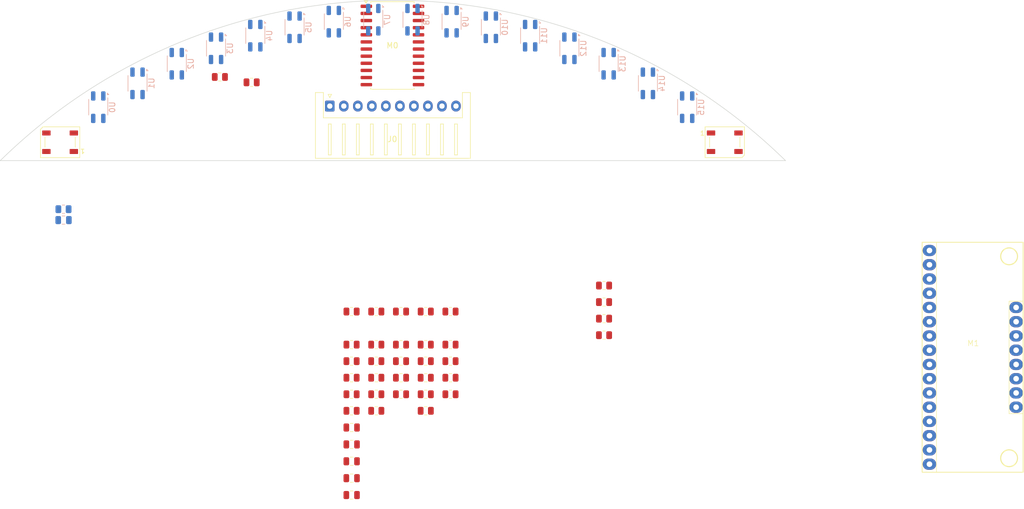
<source format=kicad_pcb>
(kicad_pcb (version 20241229) (generator "pcbnew") (generator_version "9.0")
  (layers (0 "F.Cu" signal) (2 "B.Cu" signal) (13 "F.Paste" user) (15 "B.Paste" user) (5 "F.SilkS" user "F.Silkscreen") (7 "B.SilkS" user "B.Silkscreen") (1 "F.Mask" user) (3 "B.Mask" user) (25 "Edge.Cuts" user))
  (net 0 "")
  (net 1 "+3V3")
  (net 2 "GND")
  (net 3 "+3.3V")
  (net 4 "Net-(D1-VDD)")
  (net 5 "Net-(D0-VDD)")
  (net 6 "/LEDs")
  (net 7 "/D_LED")
  (net 9 "/S3")
  (net 10 "/S2")
  (net 11 "/Data_EN")
  (net 12 "/S0")
  (net 13 "/SIG")
  (net 14 "/Data_2aux")
  (net 15 "/S1")
  (net 16 "Net-(U1-A)")
  (net 17 "Net-(U2-A)")
  (net 18 "Net-(U3-A)")
  (net 19 "Net-(U4-A)")
  (net 20 "/QRE_1")
  (net 21 "/QRE_2")
  (net 22 "/QRE_5")
  (net 23 "/QRE_6")
  (net 24 "Net-(U5-A)")
  (net 25 "Net-(U6-A)")
  (net 26 "/QRE_9")
  (net 27 "/QRE_10")
  (net 28 "Net-(U7-A)")
  (net 29 "Net-(U8-A)")
  (net 30 "/QRE_13")
  (net 31 "/QRE_14")
  (net 32 "Net-(U9-A)")
  (net 33 "Net-(U10-A)")
  (net 34 "/QRE_3")
  (net 35 "/QRE_4")
  (net 36 "Net-(U11-A)")
  (net 37 "Net-(U12-A)")
  (net 38 "/QRE_7")
  (net 39 "/QRE_8")
  (net 40 "Net-(U13-A)")
  (net 41 "Net-(U14-A)")
  (net 42 "/QRE_11")
  (net 43 "/QRE_12")
  (net 44 "Net-(U15-A)")
  (net 45 "Net-(U0-A)")
  (net 46 "/QRE_15")
  (net 47 "/QRE_0")
  (net 48 "/EN")
  (footprint "Resistor_SMD:R_0805_2012Metric" (layer "F.Cu") (at 155.19 129.085)
    (property "Reference" "R20" (hide yes))
    (property "Value" "20k")
    (pad "1" smd roundrect (at -0.9125 0) (size 1.025 1.4) (layers "F.Cu" "F.Mask" "F.Paste") (roundrect_rratio 0.243902) (net 39 "/QRE_8"))
    (pad "2" smd roundrect (at 0.9125 0) (size 1.025 1.4) (layers "F.Cu" "F.Mask" "F.Paste") (roundrect_rratio 0.243902) (net 1 "+3V3"))
  )
  (footprint "Resistor_SMD:R_0805_2012Metric" (layer "F.Cu") (at 150.78 132.035)
    (property "Reference" "R8" (hide yes))
    (property "Value" "100")
    (pad "1" smd roundrect (at -0.9125 0) (size 1.025 1.4) (layers "F.Cu" "F.Mask" "F.Paste") (roundrect_rratio 0.243902) (net 1 "+3V3"))
    (pad "2" smd roundrect (at 0.9125 0) (size 1.025 1.4) (layers "F.Cu" "F.Mask" "F.Paste") (roundrect_rratio 0.243902) (net 19 "Net-(U4-A)"))
  )
  (footprint "Resistor_SMD:R_0805_2012Metric" (layer "F.Cu") (at 159.6 137.935)
    (property "Reference" "R33" (hide yes))
    (property "Value" "100")
    (pad "1" smd roundrect (at -0.9125 0) (size 1.025 1.4) (layers "F.Cu" "F.Mask" "F.Paste") (roundrect_rratio 0.243902) (net 5 "Net-(D0-VDD)"))
    (pad "2" smd roundrect (at 0.9125 0) (size 1.025 1.4) (layers "F.Cu" "F.Mask" "F.Paste") (roundrect_rratio 0.243902) (net 3 "+3.3V"))
  )
  (footprint "Resistor_SMD:R_0805_2012Metric" (layer "F.Cu") (at 159.6 132.035)
    (property "Reference" "R4" (hide yes))
    (property "Value" "20k")
    (pad "1" smd roundrect (at -0.9125 0) (size 1.025 1.4) (layers "F.Cu" "F.Mask" "F.Paste") (roundrect_rratio 0.243902) (net 47 "/QRE_0"))
    (pad "2" smd roundrect (at 0.9125 0) (size 1.025 1.4) (layers "F.Cu" "F.Mask" "F.Paste") (roundrect_rratio 0.243902) (net 1 "+3V3"))
  )
  (footprint "Resistor_SMD:R_0805_2012Metric" (layer "F.Cu") (at 141.96 129.085)
    (property "Reference" "R9" (hide yes))
    (property "Value" "100")
    (pad "1" smd roundrect (at -0.9125 0) (size 1.025 1.4) (layers "F.Cu" "F.Mask" "F.Paste") (roundrect_rratio 0.243902) (net 1 "+3V3"))
    (pad "2" smd roundrect (at 0.9125 0) (size 1.025 1.4) (layers "F.Cu" "F.Mask" "F.Paste") (roundrect_rratio 0.243902) (net 24 "Net-(U5-A)"))
  )
  (footprint "Resistor_SMD:R_0805_2012Metric" (layer "F.Cu") (at 141.96 134.985)
    (property "Reference" "R5" (hide yes))
    (property "Value" "20k")
    (pad "1" smd roundrect (at -0.9125 0) (size 1.025 1.4) (layers "F.Cu" "F.Mask" "F.Paste") (roundrect_rratio 0.243902) (net 20 "/QRE_1"))
    (pad "2" smd roundrect (at 0.9125 0) (size 1.025 1.4) (layers "F.Cu" "F.Mask" "F.Paste") (roundrect_rratio 0.243902) (net 1 "+3V3"))
  )
  (footprint "Package_SO:SOIC-24W_7.5x15.4mm_P1.27mm" (layer "F.Cu") (at 149.25 75.75)
    (property "Reference" "M0" (at 0 0 0) (layer "F.SilkS"))
    (property "Value" "CD74HC4067M")
    (pad "1" smd roundrect (at -4.65 -6.985) (size 2.05 0.6) (layers "F.Cu" "F.Mask" "F.Paste") (net 13 "/SIG"))
    (pad "2" smd roundrect (at -4.65 -5.715) (size 2.05 0.6) (layers "F.Cu" "F.Mask" "F.Paste") (net 38 "/QRE_7"))
    (pad "3" smd roundrect (at -4.65 -4.445) (size 2.05 0.6) (layers "F.Cu" "F.Mask" "F.Paste") (net 23 "/QRE_6"))
    (pad "4" smd roundrect (at -4.65 -3.175) (size 2.05 0.6) (layers "F.Cu" "F.Mask" "F.Paste") (net 22 "/QRE_5"))
    (pad "5" smd roundrect (at -4.65 -1.905) (size 2.05 0.6) (layers "F.Cu" "F.Mask" "F.Paste") (net 35 "/QRE_4"))
    (pad "6" smd roundrect (at -4.65 -0.635) (size 2.05 0.6) (layers "F.Cu" "F.Mask" "F.Paste") (net 34 "/QRE_3"))
    (pad "7" smd roundrect (at -4.65 0.635) (size 2.05 0.6) (layers "F.Cu" "F.Mask" "F.Paste") (net 21 "/QRE_2"))
    (pad "8" smd roundrect (at -4.65 1.905) (size 2.05 0.6) (layers "F.Cu" "F.Mask" "F.Paste") (net 20 "/QRE_1"))
    (pad "9" smd roundrect (at -4.65 3.175) (size 2.05 0.6) (layers "F.Cu" "F.Mask" "F.Paste") (net 47 "/QRE_0"))
    (pad "10" smd roundrect (at -4.65 4.445) (size 2.05 0.6) (layers "F.Cu" "F.Mask" "F.Paste") (net 12 "/S0"))
    (pad "11" smd roundrect (at -4.65 5.715) (size 2.05 0.6) (layers "F.Cu" "F.Mask" "F.Paste") (net 15 "/S1"))
    (pad "12" smd roundrect (at -4.65 6.985) (size 2.05 0.6) (layers "F.Cu" "F.Mask" "F.Paste") (net 2 "GND"))
    (pad "13" smd roundrect (at 4.65 6.985) (size 2.05 0.6) (layers "F.Cu" "F.Mask" "F.Paste") (net 9 "/S3"))
    (pad "14" smd roundrect (at 4.65 5.715) (size 2.05 0.6) (layers "F.Cu" "F.Mask" "F.Paste") (net 10 "/S2"))
    (pad "15" smd roundrect (at 4.65 4.445) (size 2.05 0.6) (layers "F.Cu" "F.Mask" "F.Paste") (net 48 "/EN"))
    (pad "16" smd roundrect (at 4.65 3.175) (size 2.05 0.6) (layers "F.Cu" "F.Mask" "F.Paste") (net 46 "/QRE_15"))
    (pad "17" smd roundrect (at 4.65 1.905) (size 2.05 0.6) (layers "F.Cu" "F.Mask" "F.Paste") (net 31 "/QRE_14"))
    (pad "18" smd roundrect (at 4.65 0.635) (size 2.05 0.6) (layers "F.Cu" "F.Mask" "F.Paste") (net 30 "/QRE_13"))
    (pad "19" smd roundrect (at 4.65 -0.635) (size 2.05 0.6) (layers "F.Cu" "F.Mask" "F.Paste") (net 43 "/QRE_12"))
    (pad "20" smd roundrect (at 4.65 -1.905) (size 2.05 0.6) (layers "F.Cu" "F.Mask" "F.Paste") (net 42 "/QRE_11"))
    (pad "21" smd roundrect (at 4.65 -3.175) (size 2.05 0.6) (layers "F.Cu" "F.Mask" "F.Paste") (net 27 "/QRE_10"))
    (pad "22" smd roundrect (at 4.65 -4.445) (size 2.05 0.6) (layers "F.Cu" "F.Mask" "F.Paste") (net 26 "/QRE_9"))
    (pad "23" smd roundrect (at 4.65 -5.715) (size 2.05 0.6) (layers "F.Cu" "F.Mask" "F.Paste") (net 39 "/QRE_8"))
    (pad "24" smd roundrect (at 4.65 -6.985) (size 2.05 0.6) (layers "F.Cu" "F.Mask" "F.Paste") (net 1 "+3V3"))
  )
  (footprint "Resistor_SMD:R_0805_2012Metric" (layer "F.Cu") (at 118.48 81.36)
    (property "Reference" "R11" (hide yes))
    (property "Value" "100")
    (pad "1" smd roundrect (at -0.9125 0) (size 1.025 1.4) (layers "F.Cu" "F.Mask" "F.Paste") (roundrect_rratio 0.243902) (net 1 "+3V3"))
    (pad "2" smd roundrect (at 0.9125 0) (size 1.025 1.4) (layers "F.Cu" "F.Mask" "F.Paste") (roundrect_rratio 0.243902) (net 28 "Net-(U7-A)"))
  )
  (footprint "Resistor_SMD:R_0805_2012Metric" (layer "F.Cu") (at 146.37 123.185)
    (property "Reference" "R14" (hide yes))
    (property "Value" "20k")
    (pad "1" smd roundrect (at -0.9125 0) (size 1.025 1.4) (layers "F.Cu" "F.Mask" "F.Paste") (roundrect_rratio 0.243902) (net 23 "/QRE_6"))
    (pad "2" smd roundrect (at 0.9125 0) (size 1.025 1.4) (layers "F.Cu" "F.Mask" "F.Paste") (roundrect_rratio 0.243902) (net 1 "+3V3"))
  )
  (footprint "Connector_JST:JST_XH_S10B-XH-A_1x10_P2.50mm_Horizontal" (layer "F.Cu") (at 138.08 86.555)
    (property "Reference" "J0" (at 11.16 5.905 180) (layer "F.SilkS"))
    (property "Value" "Sensors")
    (pad "1" thru_hole roundrect (at 0 0) (size 1.7 1.95) (drill 0.95) (layers "*.Cu" "*.Mask") (roundrect_rratio 0.147059) (net 14 "/Data_2aux"))
    (pad "2" thru_hole oval (at 2.5 0) (size 1.7 1.95) (drill 0.95) (layers "*.Cu" "*.Mask") (net 6 "/LEDs"))
    (pad "3" thru_hole oval (at 5 0) (size 1.7 1.95) (drill 0.95) (layers "*.Cu" "*.Mask") (net 13 "/SIG"))
    (pad "4" thru_hole oval (at 7.5 0) (size 1.7 1.95) (drill 0.95) (layers "*.Cu" "*.Mask") (net 9 "/S3"))
    (pad "5" thru_hole oval (at 10 0) (size 1.7 1.95) (drill 0.95) (layers "*.Cu" "*.Mask") (net 10 "/S2"))
    (pad "6" thru_hole oval (at 12.5 0) (size 1.7 1.95) (drill 0.95) (layers "*.Cu" "*.Mask") (net 15 "/S1"))
    (pad "7" thru_hole oval (at 15 0) (size 1.7 1.95) (drill 0.95) (layers "*.Cu" "*.Mask") (net 12 "/S0"))
    (pad "8" thru_hole oval (at 17.5 0) (size 1.7 1.95) (drill 0.95) (layers "*.Cu" "*.Mask") (net 11 "/Data_EN"))
    (pad "9" thru_hole oval (at 20 0) (size 1.7 1.95) (drill 0.95) (layers "*.Cu" "*.Mask") (net 3 "+3.3V"))
    (pad "10" thru_hole oval (at 22.5 0) (size 1.7 1.95) (drill 0.95) (layers "*.Cu" "*.Mask") (net 2 "GND"))
  )
  (footprint "Resistor_SMD:R_0805_2012Metric" (layer "F.Cu") (at 155.19 134.985)
    (property "Reference" "R25" (hide yes))
    (property "Value" "100")
    (pad "1" smd roundrect (at -0.9125 0) (size 1.025 1.4) (layers "F.Cu" "F.Mask" "F.Paste") (roundrect_rratio 0.243902) (net 1 "+3V3"))
    (pad "2" smd roundrect (at 0.9125 0) (size 1.025 1.4) (layers "F.Cu" "F.Mask" "F.Paste") (roundrect_rratio 0.243902) (net 37 "Net-(U12-A)"))
  )
  (footprint "Capacitor_SMD:C_0805_2012Metric" (layer "F.Cu") (at 141.98 143.865)
    (property "Reference" "C0" (hide yes))
    (property "Value" "100nF")
    (pad "1" smd roundrect (at -0.95 0) (size 1 1.45) (layers "F.Cu" "F.Mask" "F.Paste") (net 1 "+3V3"))
    (pad "2" smd roundrect (at 0.95 0) (size 1 1.45) (layers "F.Cu" "F.Mask" "F.Paste") (net 2 "GND"))
  )
  (footprint "Resistor_SMD:R_0805_2012Metric" (layer "F.Cu") (at 146.37 129.085)
    (property "Reference" "R18" (hide yes))
    (property "Value" "100")
    (pad "1" smd roundrect (at -0.9125 0) (size 1.025 1.4) (layers "F.Cu" "F.Mask" "F.Paste") (roundrect_rratio 0.243902) (net 1 "+3V3"))
    (pad "2" smd roundrect (at 0.9125 0) (size 1.025 1.4) (layers "F.Cu" "F.Mask" "F.Paste") (roundrect_rratio 0.243902) (net 33 "Net-(U10-A)"))
  )
  (footprint "Capacitor_SMD:C_0805_2012Metric" (layer "F.Cu") (at 141.98 146.875)
    (property "Reference" "C1" (hide yes))
    (property "Value" "10uF")
    (pad "1" smd roundrect (at -0.95 0) (size 1 1.45) (layers "F.Cu" "F.Mask" "F.Paste") (net 1 "+3V3"))
    (pad "2" smd roundrect (at 0.95 0) (size 1 1.45) (layers "F.Cu" "F.Mask" "F.Paste") (net 2 "GND"))
  )
  (footprint "Resistor_SMD:R_0805_2012Metric" (layer "F.Cu") (at 159.6 134.985)
    (property "Reference" "R21" (hide yes))
    (property "Value" "10k")
    (pad "1" smd roundrect (at -0.9125 0) (size 1.025 1.4) (layers "F.Cu" "F.Mask" "F.Paste") (roundrect_rratio 0.243902) (net 48 "/EN"))
    (pad "2" smd roundrect (at 0.9125 0) (size 1.025 1.4) (layers "F.Cu" "F.Mask" "F.Paste") (roundrect_rratio 0.243902) (net 2 "GND"))
  )
  (footprint "Resistor_SMD:R_0805_2012Metric" (layer "F.Cu") (at 155.19 140.885)
    (property "Reference" "R29" (hide yes))
    (property "Value" "20k")
    (pad "1" smd roundrect (at -0.9125 0) (size 1.025 1.4) (layers "F.Cu" "F.Mask" "F.Paste") (roundrect_rratio 0.243902) (net 43 "/QRE_12"))
    (pad "2" smd roundrect (at 0.9125 0) (size 1.025 1.4) (layers "F.Cu" "F.Mask" "F.Paste") (roundrect_rratio 0.243902) (net 1 "+3V3"))
  )
  (footprint "Resistor_SMD:R_0805_2012Metric" (layer "F.Cu") (at 150.78 123.185)
    (property "Reference" "R30" (hide yes))
    (property "Value" "20k")
    (pad "1" smd roundrect (at -0.9125 0) (size 1.025 1.4) (layers "F.Cu" "F.Mask" "F.Paste") (roundrect_rratio 0.243902) (net 30 "/QRE_13"))
    (pad "2" smd roundrect (at 0.9125 0) (size 1.025 1.4) (layers "F.Cu" "F.Mask" "F.Paste") (roundrect_rratio 0.243902) (net 1 "+3V3"))
  )
  (footprint "Resistor_SMD:R_0805_2012Metric" (layer "F.Cu") (at 124.14 82.32)
    (property "Reference" "R15" (hide yes))
    (property "Value" "20k")
    (pad "1" smd roundrect (at -0.9125 0) (size 1.025 1.4) (layers "F.Cu" "F.Mask" "F.Paste") (roundrect_rratio 0.243902) (net 38 "/QRE_7"))
    (pad "2" smd roundrect (at 0.9125 0) (size 1.025 1.4) (layers "F.Cu" "F.Mask" "F.Paste") (roundrect_rratio 0.243902) (net 1 "+3V3"))
  )
  (footprint "Resistor_SMD:R_0805_2012Metric" (layer "F.Cu") (at 186.9775 121.5)
    (property "Reference" "R2" (hide yes))
    (property "Value" "100")
    (pad "1" smd roundrect (at -0.9125 0) (size 1.025 1.4) (layers "F.Cu" "F.Mask" "F.Paste") (roundrect_rratio 0.243902) (net 1 "+3V3"))
    (pad "2" smd roundrect (at 0.9125 0) (size 1.025 1.4) (layers "F.Cu" "F.Mask" "F.Paste") (roundrect_rratio 0.243902) (net 17 "Net-(U2-A)"))
  )
  (footprint "Resistor_SMD:R_0805_2012Metric" (layer "F.Cu") (at 146.37 137.935)
    (property "Reference" "R26" (hide yes))
    (property "Value" "100")
    (pad "1" smd roundrect (at -0.9125 0) (size 1.025 1.4) (layers "F.Cu" "F.Mask" "F.Paste") (roundrect_rratio 0.243902) (net 1 "+3V3"))
    (pad "2" smd roundrect (at 0.9125 0) (size 1.025 1.4) (layers "F.Cu" "F.Mask" "F.Paste") (roundrect_rratio 0.243902) (net 40 "Net-(U13-A)"))
  )
  (footprint "Resistor_SMD:R_0805_2012Metric" (layer "F.Cu") (at 141.96 132.035)
    (property "Reference" "R10" (hide yes))
    (property "Value" "100")
    (pad "1" smd roundrect (at -0.9125 0) (size 1.025 1.4) (layers "F.Cu" "F.Mask" "F.Paste") (roundrect_rratio 0.243902) (net 1 "+3V3"))
    (pad "2" smd roundrect (at 0.9125 0) (size 1.025 1.4) (layers "F.Cu" "F.Mask" "F.Paste") (roundrect_rratio 0.243902) (net 25 "Net-(U6-A)"))
  )
  (footprint "MountingHole:MountingHole_3.2mm_M3_DIN965" (layer "F.Cu") (at 131.83 87.045)
    (property "Reference" "H1" (hide yes))
    (property "Value" "MountingHole")
    (pad "" np_thru_hole circle (at 0 0) (size 3.2 3.2) (drill 3.2) (layers "*.Cu" "*.Mask"))
  )
  (footprint "Resistor_SMD:R_0805_2012Metric" (layer "F.Cu") (at 159.6 123.185)
    (property "Reference" "R28" (hide yes))
    (property "Value" "100")
    (pad "1" smd roundrect (at -0.9125 0) (size 1.025 1.4) (layers "F.Cu" "F.Mask" "F.Paste") (roundrect_rratio 0.243902) (net 1 "+3V3"))
    (pad "2" smd roundrect (at 0.9125 0) (size 1.025 1.4) (layers "F.Cu" "F.Mask" "F.Paste") (roundrect_rratio 0.243902) (net 44 "Net-(U15-A)"))
  )
  (footprint "Resistor_SMD:R_0805_2012Metric" (layer "F.Cu") (at 146.37 134.985)
    (property "Reference" "R23" (hide yes))
    (property "Value" "20k")
    (pad "1" smd roundrect (at -0.9125 0) (size 1.025 1.4) (layers "F.Cu" "F.Mask" "F.Paste") (roundrect_rratio 0.243902) (net 27 "/QRE_10"))
    (pad "2" smd roundrect (at 0.9125 0) (size 1.025 1.4) (layers "F.Cu" "F.Mask" "F.Paste") (roundrect_rratio 0.243902) (net 1 "+3V3"))
  )
  (footprint "Resistor_SMD:R_0805_2012Metric" (layer "F.Cu") (at 146.37 132.035)
    (property "Reference" "R22" (hide yes))
    (property "Value" "20k")
    (pad "1" smd roundrect (at -0.9125 0) (size 1.025 1.4) (layers "F.Cu" "F.Mask" "F.Paste") (roundrect_rratio 0.243902) (net 26 "/QRE_9"))
    (pad "2" smd roundrect (at 0.9125 0) (size 1.025 1.4) (layers "F.Cu" "F.Mask" "F.Paste") (roundrect_rratio 0.243902) (net 1 "+3V3"))
  )
  (footprint "MountingHole:MountingHole_3.2mm_M3_DIN965" (layer "F.Cu") (at 166.83 87.045)
    (property "Reference" "H2" (hide yes))
    (property "Value" "MountingHole")
    (pad "" np_thru_hole circle (at 0 0) (size 3.2 3.2) (drill 3.2) (layers "*.Cu" "*.Mask"))
  )
  (footprint "LED_SMD:LED_WS2812B_PLCC4_5.0x5.0mm_P3.2mm" (layer "F.Cu") (at 208.5 93)
    (property "Reference" "D0" (hide yes))
    (property "Value" "WS2812B")
    (fp_text user "1" (at -4 -1.6 0) (layer "F.SilkS") (effects (font (size 0.8 0.8))))
    (pad "1" smd roundrect (at -2.45 -1.65) (size 1.5 0.9) (layers "F.Cu" "F.Mask" "F.Paste") (roundrect_rratio 0.1) (net 5 "Net-(D0-VDD)"))
    (pad "2" smd roundrect (at -2.45 1.65) (size 1.5 0.9) (layers "F.Cu" "F.Mask" "F.Paste") (roundrect_rratio 0.1) (net 7 "/D_LED"))
    (pad "3" smd roundrect (at 2.45 1.65) (size 1.5 0.9) (layers "F.Cu" "F.Mask" "F.Paste") (roundrect_rratio 0.1) (net 2 "GND"))
    (pad "4" smd roundrect (at 2.45 -1.65) (size 1.5 0.9) (layers "F.Cu" "F.Mask" "F.Paste") (roundrect_rratio 0.1) (net 6 "/LEDs"))
  )
  (footprint "MixLib:CD74HC4067_module" (layer "F.Cu") (at 252.75 131.14)
    (property "Reference" "M1" (at 0.05 -2.3 0) (layer "F.SilkS") (effects (font (thickness 0.1))))
    (property "Value" "CD74HC4067")
    (pad "1" thru_hole oval (at -7.75 -18.84) (size 2.4 2) (drill 1) (layers "*.Cu" "*.Mask") (net 46 "/QRE_15"))
    (pad "2" thru_hole oval (at -7.75 -16.3) (size 2.4 2) (drill 1) (layers "*.Cu" "*.Mask") (net 31 "/QRE_14"))
    (pad "3" thru_hole oval (at -7.75 -13.76) (size 2.4 2) (drill 1) (layers "*.Cu" "*.Mask") (net 30 "/QRE_13"))
    (pad "4" thru_hole oval (at -7.75 -11.22) (size 2.4 2) (drill 1) (layers "*.Cu" "*.Mask") (net 43 "/QRE_12"))
    (pad "5" thru_hole oval (at -7.75 -8.68) (size 2.4 2) (drill 1) (layers "*.Cu" "*.Mask") (net 42 "/QRE_11"))
    (pad "6" thru_hole oval (at -7.75 -6.14) (size 2.4 2) (drill 1) (layers "*.Cu" "*.Mask") (net 27 "/QRE_10"))
    (pad "7" thru_hole oval (at -7.75 -3.6) (size 2.4 2) (drill 1) (layers "*.Cu" "*.Mask") (net 26 "/QRE_9"))
    (pad "8" thru_hole oval (at -7.75 -1.06) (size 2.4 2) (drill 1) (layers "*.Cu" "*.Mask") (net 39 "/QRE_8"))
    (pad "9" thru_hole oval (at -7.75 1.48) (size 2.4 2) (drill 1) (layers "*.Cu" "*.Mask") (net 38 "/QRE_7"))
    (pad "10" thru_hole oval (at -7.75 4.02) (size 2.4 2) (drill 1) (layers "*.Cu" "*.Mask") (net 23 "/QRE_6"))
    (pad "11" thru_hole oval (at -7.75 6.56) (size 2.4 2) (drill 1) (layers "*.Cu" "*.Mask") (net 22 "/QRE_5"))
    (pad "12" thru_hole oval (at -7.75 9.1) (size 2.4 2) (drill 1) (layers "*.Cu" "*.Mask") (net 35 "/QRE_4"))
    (pad "13" thru_hole oval (at -7.75 11.64) (size 2.4 2) (drill 1) (layers "*.Cu" "*.Mask") (net 34 "/QRE_3"))
    (pad "14" thru_hole oval (at -7.75 14.18) (size 2.4 2) (drill 1) (layers "*.Cu" "*.Mask") (net 21 "/QRE_2"))
    (pad "15" thru_hole oval (at -7.75 16.72) (size 2.4 2) (drill 1) (layers "*.Cu" "*.Mask") (net 20 "/QRE_1"))
    (pad "16" thru_hole oval (at -7.75 19.26) (size 2.4 2) (drill 1) (layers "*.Cu" "*.Mask") (net 47 "/QRE_0"))
    (pad "17" thru_hole oval (at 7.7 -8.68) (size 2.4 2) (drill 1) (layers "*.Cu" "*.Mask") (net 13 "/SIG"))
    (pad "18" thru_hole oval (at 7.7 -6.14) (size 2.4 2) (drill 1) (layers "*.Cu" "*.Mask") (net 9 "/S3"))
    (pad "19" thru_hole oval (at 7.7 -3.6) (size 2.4 2) (drill 1) (layers "*.Cu" "*.Mask") (net 10 "/S2"))
    (pad "20" thru_hole oval (at 7.7 -1.06) (size 2.4 2) (drill 1) (layers "*.Cu" "*.Mask") (net 15 "/S1"))
    (pad "21" thru_hole oval (at 7.7 1.48) (size 2.4 2) (drill 1) (layers "*.Cu" "*.Mask") (net 12 "/S0"))
    (pad "22" thru_hole oval (at 7.7 4.02) (size 2.4 2) (drill 1) (layers "*.Cu" "*.Mask") (net 48 "/EN"))
    (pad "23" thru_hole oval (at 7.7 6.56) (size 2.4 2) (drill 1) (layers "*.Cu" "*.Mask") (net 1 "+3V3"))
    (pad "24" thru_hole oval (at 7.7 9.1) (size 2.4 2) (drill 1) (layers "*.Cu" "*.Mask") (net 2 "GND"))
  )
  (footprint "Capacitor_SMD:C_0805_2012Metric" (layer "F.Cu") (at 141.98 155.905)
    (property "Reference" "C3" (hide yes))
    (property "Value" "100nF")
    (pad "1" smd roundrect (at -0.95 0) (size 1 1.45) (layers "F.Cu" "F.Mask" "F.Paste") (net 5 "Net-(D0-VDD)"))
    (pad "2" smd roundrect (at 0.95 0) (size 1 1.45) (layers "F.Cu" "F.Mask" "F.Paste") (net 2 "GND"))
  )
  (footprint "Resistor_SMD:R_0805_2012Metric" (layer "F.Cu") (at 186.9775 118.55)
    (property "Reference" "R0" (hide yes))
    (property "Value" "100")
    (pad "1" smd roundrect (at -0.9125 0) (size 1.025 1.4) (layers "F.Cu" "F.Mask" "F.Paste") (roundrect_rratio 0.243902) (net 1 "+3V3"))
    (pad "2" smd roundrect (at 0.9125 0) (size 1.025 1.4) (layers "F.Cu" "F.Mask" "F.Paste") (roundrect_rratio 0.243902) (net 45 "Net-(U0-A)"))
  )
  (footprint "LED_SMD:LED_WS2812B_PLCC4_5.0x5.0mm_P3.2mm" (layer "F.Cu") (at 90 93 180)
    (property "Reference" "D1" (hide yes))
    (property "Value" "WS2812B")
    (fp_text user "1" (at -4 -1.6 180) (layer "F.SilkS") (effects (font (size 0.8 0.8))))
    (pad "1" smd roundrect (at -2.45 -1.65 180) (size 1.5 0.9) (layers "F.Cu" "F.Mask" "F.Paste") (roundrect_rratio 0.1) (net 4 "Net-(D1-VDD)"))
    (pad "2" smd roundrect (at -2.45 1.65 180) (size 1.5 0.9) (layers "F.Cu" "F.Mask" "F.Paste") (roundrect_rratio 0.1))
    (pad "3" smd roundrect (at 2.45 1.65 180) (size 1.5 0.9) (layers "F.Cu" "F.Mask" "F.Paste") (roundrect_rratio 0.1) (net 2 "GND"))
    (pad "4" smd roundrect (at 2.45 -1.65 180) (size 1.5 0.9) (layers "F.Cu" "F.Mask" "F.Paste") (roundrect_rratio 0.1) (net 7 "/D_LED"))
  )
  (footprint "Capacitor_SMD:C_0805_2012Metric" (layer "F.Cu") (at 141.98 152.895)
    (property "Reference" "C2" (hide yes))
    (property "Value" "100nF")
    (pad "1" smd roundrect (at -0.95 0) (size 1 1.45) (layers "F.Cu" "F.Mask" "F.Paste") (net 3 "+3.3V"))
    (pad "2" smd roundrect (at 0.95 0) (size 1 1.45) (layers "F.Cu" "F.Mask" "F.Paste") (net 2 "GND"))
  )
  (footprint "Resistor_SMD:R_0805_2012Metric" (layer "F.Cu") (at 155.19 123.185)
    (property "Reference" "R16" (hide yes))
    (property "Value" "100")
    (pad "1" smd roundrect (at -0.9125 0) (size 1.025 1.4) (layers "F.Cu" "F.Mask" "F.Paste") (roundrect_rratio 0.243902) (net 1 "+3V3"))
    (pad "2" smd roundrect (at 0.9125 0) (size 1.025 1.4) (layers "F.Cu" "F.Mask" "F.Paste") (roundrect_rratio 0.243902) (net 29 "Net-(U8-A)"))
  )
  (footprint "Resistor_SMD:R_0805_2012Metric" (layer "F.Cu") (at 141.96 140.885)
    (property "Reference" "R13" (hide yes))
    (property "Value" "20k")
    (pad "1" smd roundrect (at -0.9125 0) (size 1.025 1.4) (layers "F.Cu" "F.Mask" "F.Paste") (roundrect_rratio 0.243902) (net 22 "/QRE_5"))
    (pad "2" smd roundrect (at 0.9125 0) (size 1.025 1.4) (layers "F.Cu" "F.Mask" "F.Paste") (roundrect_rratio 0.243902) (net 1 "+3V3"))
  )
  (footprint "Resistor_SMD:R_0805_2012Metric" (layer "F.Cu") (at 159.6 129.085)
    (property "Reference" "R32" (hide yes))
    (property "Value" "20k")
    (pad "1" smd roundrect (at -0.9125 0) (size 1.025 1.4) (layers "F.Cu" "F.Mask" "F.Paste") (roundrect_rratio 0.243902) (net 46 "/QRE_15"))
    (pad "2" smd roundrect (at 0.9125 0) (size 1.025 1.4) (layers "F.Cu" "F.Mask" "F.Paste") (roundrect_rratio 0.243902) (net 1 "+3V3"))
  )
  (footprint "Resistor_SMD:R_0805_2012Metric" (layer "F.Cu") (at 155.19 132.035)
    (property "Reference" "R19" (hide yes))
    (property "Value" "100")
    (pad "1" smd roundrect (at -0.9125 0) (size 1.025 1.4) (layers "F.Cu" "F.Mask" "F.Paste") (roundrect_rratio 0.243902) (net 1 "+3V3"))
    (pad "2" smd roundrect (at 0.9125 0) (size 1.025 1.4) (layers "F.Cu" "F.Mask" "F.Paste") (roundrect_rratio 0.243902) (net 36 "Net-(U11-A)"))
  )
  (footprint "Resistor_SMD:R_0805_2012Metric" (layer "F.Cu") (at 150.78 137.935)
    (property "Reference" "R12" (hide yes))
    (property "Value" "20k")
    (pad "1" smd roundrect (at -0.9125 0) (size 1.025 1.4) (layers "F.Cu" "F.Mask" "F.Paste") (roundrect_rratio 0.243902) (net 35 "/QRE_4"))
    (pad "2" smd roundrect (at 0.9125 0) (size 1.025 1.4) (layers "F.Cu" "F.Mask" "F.Paste") (roundrect_rratio 0.243902) (net 1 "+3V3"))
  )
  (footprint "Resistor_SMD:R_0805_2012Metric" (layer "F.Cu") (at 155.19 137.935)
    (property "Reference" "R24" (hide yes))
    (property "Value" "20k")
    (pad "1" smd roundrect (at -0.9125 0) (size 1.025 1.4) (layers "F.Cu" "F.Mask" "F.Paste") (roundrect_rratio 0.243902) (net 42 "/QRE_11"))
    (pad "2" smd roundrect (at 0.9125 0) (size 1.025 1.4) (layers "F.Cu" "F.Mask" "F.Paste") (roundrect_rratio 0.243902) (net 1 "+3V3"))
  )
  (footprint "Resistor_SMD:R_0805_2012Metric" (layer "F.Cu") (at 146.37 140.885)
    (property "Reference" "R27" (hide yes))
    (property "Value" "100")
    (pad "1" smd roundrect (at -0.9125 0) (size 1.025 1.4) (layers "F.Cu" "F.Mask" "F.Paste") (roundrect_rratio 0.243902) (net 1 "+3V3"))
    (pad "2" smd roundrect (at 0.9125 0) (size 1.025 1.4) (layers "F.Cu" "F.Mask" "F.Paste") (roundrect_rratio 0.243902) (net 41 "Net-(U14-A)"))
  )
  (footprint "Capacitor_SMD:C_0805_2012Metric" (layer "F.Cu") (at 141.98 149.885)
    (property "Reference" "C4" (hide yes))
    (property "Value" "22uF")
    (pad "1" smd roundrect (at -0.95 0) (size 1 1.45) (layers "F.Cu" "F.Mask" "F.Paste") (net 3 "+3.3V"))
    (pad "2" smd roundrect (at 0.95 0) (size 1 1.45) (layers "F.Cu" "F.Mask" "F.Paste") (net 2 "GND"))
  )
  (footprint "Resistor_SMD:R_0805_2012Metric" (layer "F.Cu") (at 150.78 129.085)
    (property "Reference" "R3" (hide yes))
    (property "Value" "100")
    (pad "1" smd roundrect (at -0.9125 0) (size 1.025 1.4) (layers "F.Cu" "F.Mask" "F.Paste") (roundrect_rratio 0.243902) (net 1 "+3V3"))
    (pad "2" smd roundrect (at 0.9125 0) (size 1.025 1.4) (layers "F.Cu" "F.Mask" "F.Paste") (roundrect_rratio 0.243902) (net 18 "Net-(U3-A)"))
  )
  (footprint "Resistor_SMD:R_0805_2012Metric" (layer "F.Cu") (at 141.96 123.185)
    (property "Reference" "R1" (hide yes))
    (property "Value" "100")
    (pad "1" smd roundrect (at -0.9125 0) (size 1.025 1.4) (layers "F.Cu" "F.Mask" "F.Paste") (roundrect_rratio 0.243902) (net 1 "+3V3"))
    (pad "2" smd roundrect (at 0.9125 0) (size 1.025 1.4) (layers "F.Cu" "F.Mask" "F.Paste") (roundrect_rratio 0.243902) (net 16 "Net-(U1-A)"))
  )
  (footprint "Resistor_SMD:R_0805_2012Metric" (layer "F.Cu") (at 150.78 134.985)
    (property "Reference" "R7" (hide yes))
    (property "Value" "20k")
    (pad "1" smd roundrect (at -0.9125 0) (size 1.025 1.4) (layers "F.Cu" "F.Mask" "F.Paste") (roundrect_rratio 0.243902) (net 34 "/QRE_3"))
    (pad "2" smd roundrect (at 0.9125 0) (size 1.025 1.4) (layers "F.Cu" "F.Mask" "F.Paste") (roundrect_rratio 0.243902) (net 1 "+3V3"))
  )
  (footprint "Resistor_SMD:R_0805_2012Metric" (layer "F.Cu") (at 186.9775 127.4)
    (property "Reference" "R31" (hide yes))
    (property "Value" "20k")
    (pad "1" smd roundrect (at -0.9125 0) (size 1.025 1.4) (layers "F.Cu" "F.Mask" "F.Paste") (roundrect_rratio 0.243902) (net 31 "/QRE_14"))
    (pad "2" smd roundrect (at 0.9125 0) (size 1.025 1.4) (layers "F.Cu" "F.Mask" "F.Paste") (roundrect_rratio 0.243902) (net 1 "+3V3"))
  )
  (footprint "Resistor_SMD:R_0805_2012Metric" (layer "F.Cu") (at 141.96 137.935)
    (property "Reference" "R6" (hide yes))
    (property "Value" "20k")
    (pad "1" smd roundrect (at -0.9125 0) (size 1.025 1.4) (layers "F.Cu" "F.Mask" "F.Paste") (roundrect_rratio 0.243902) (net 21 "/QRE_2"))
    (pad "2" smd roundrect (at 0.9125 0) (size 1.025 1.4) (layers "F.Cu" "F.Mask" "F.Paste") (roundrect_rratio 0.243902) (net 1 "+3V3"))
  )
  (footprint "Resistor_SMD:R_0805_2012Metric" (layer "F.Cu") (at 186.9775 124.45)
    (property "Reference" "R17" (hide yes))
    (property "Value" "100")
    (pad "1" smd roundrect (at -0.9125 0) (size 1.025 1.4) (layers "F.Cu" "F.Mask" "F.Paste") (roundrect_rratio 0.243902) (net 1 "+3V3"))
    (pad "2" smd roundrect (at 0.9125 0) (size 1.025 1.4) (layers "F.Cu" "F.Mask" "F.Paste") (roundrect_rratio 0.243902) (net 32 "Net-(U9-A)"))
  )
  (footprint "OptoDevice:OnSemi_CASE100CY" (layer "B.Cu") (at 138.8 71.5 180)
    (property "Reference" "U6" (at -2.5 0 90) (layer "B.SilkS") (effects (justify mirror)))
    (property "Value" "QRE1113GR")
    (pad "1" smd roundrect (at -0.9 2 180) (size 0.79 1.66) (layers "B.Cu" "B.Mask" "B.Paste") (net 25 "Net-(U6-A)"))
    (pad "2" smd roundrect (at -0.9 -2 180) (size 0.79 1.66) (layers "B.Cu" "B.Mask" "B.Paste") (net 2 "GND"))
    (pad "3" smd roundrect (at 0.9 -2 180) (size 0.79 1.66) (layers "B.Cu" "B.Mask" "B.Paste") (net 23 "/QRE_6"))
    (pad "4" smd roundrect (at 0.9 2 180) (size 0.79 1.66) (layers "B.Cu" "B.Mask" "B.Paste") (net 2 "GND"))
  )
  (footprint "OptoDevice:OnSemi_CASE100CY" (layer "B.Cu") (at 159.8 71.5 180)
    (property "Reference" "U9" (at -2.5 0 90) (layer "B.SilkS") (effects (justify mirror)))
    (property "Value" "QRE1113GR")
    (pad "1" smd roundrect (at -0.9 2 180) (size 0.79 1.66) (layers "B.Cu" "B.Mask" "B.Paste") (net 32 "Net-(U9-A)"))
    (pad "2" smd roundrect (at -0.9 -2 180) (size 0.79 1.66) (layers "B.Cu" "B.Mask" "B.Paste") (net 2 "GND"))
    (pad "3" smd roundrect (at 0.9 -2 180) (size 0.79 1.66) (layers "B.Cu" "B.Mask" "B.Paste") (net 26 "/QRE_9"))
    (pad "4" smd roundrect (at 0.9 2 180) (size 0.79 1.66) (layers "B.Cu" "B.Mask" "B.Paste") (net 2 "GND"))
  )
  (footprint "OptoDevice:OnSemi_CASE100CY" (layer "B.Cu") (at 145.83 71.15 180)
    (property "Reference" "U7" (at -2.5 0 90) (layer "B.SilkS") (effects (justify mirror)))
    (property "Value" "QRE1113GR")
    (pad "1" smd roundrect (at -0.9 2 180) (size 0.79 1.66) (layers "B.Cu" "B.Mask" "B.Paste") (net 28 "Net-(U7-A)"))
    (pad "2" smd roundrect (at -0.9 -2 180) (size 0.79 1.66) (layers "B.Cu" "B.Mask" "B.Paste") (net 2 "GND"))
    (pad "3" smd roundrect (at 0.9 -2 180) (size 0.79 1.66) (layers "B.Cu" "B.Mask" "B.Paste") (net 38 "/QRE_7"))
    (pad "4" smd roundrect (at 0.9 2 180) (size 0.79 1.66) (layers "B.Cu" "B.Mask" "B.Paste") (net 2 "GND"))
  )
  (footprint "OptoDevice:OnSemi_CASE100CY" (layer "B.Cu") (at 166.8 72.5 180)
    (property "Reference" "U10" (at -2.5 0 90) (layer "B.SilkS") (effects (justify mirror)))
    (property "Value" "QRE1113GR")
    (pad "1" smd roundrect (at -0.9 2 180) (size 0.79 1.66) (layers "B.Cu" "B.Mask" "B.Paste") (net 33 "Net-(U10-A)"))
    (pad "2" smd roundrect (at -0.9 -2 180) (size 0.79 1.66) (layers "B.Cu" "B.Mask" "B.Paste") (net 2 "GND"))
    (pad "3" smd roundrect (at 0.9 -2 180) (size 0.79 1.66) (layers "B.Cu" "B.Mask" "B.Paste") (net 27 "/QRE_10"))
    (pad "4" smd roundrect (at 0.9 2 180) (size 0.79 1.66) (layers "B.Cu" "B.Mask" "B.Paste") (net 2 "GND"))
  )
  (footprint "OptoDevice:OnSemi_CASE100CY" (layer "B.Cu") (at 173.8 74 180)
    (property "Reference" "U11" (at -2.5 0 90) (layer "B.SilkS") (effects (justify mirror)))
    (property "Value" "QRE1113GR")
    (pad "1" smd roundrect (at -0.9 2 180) (size 0.79 1.66) (layers "B.Cu" "B.Mask" "B.Paste") (net 36 "Net-(U11-A)"))
    (pad "2" smd roundrect (at -0.9 -2 180) (size 0.79 1.66) (layers "B.Cu" "B.Mask" "B.Paste") (net 2 "GND"))
    (pad "3" smd roundrect (at 0.9 -2 180) (size 0.79 1.66) (layers "B.Cu" "B.Mask" "B.Paste") (net 42 "/QRE_11"))
    (pad "4" smd roundrect (at 0.9 2 180) (size 0.79 1.66) (layers "B.Cu" "B.Mask" "B.Paste") (net 2 "GND"))
  )
  (footprint "OptoDevice:OnSemi_CASE100CY" (layer "B.Cu") (at 96.8 86.75 180)
    (property "Reference" "U0" (at -2.5 0 90) (layer "B.SilkS") (effects (justify mirror)))
    (property "Value" "QRE1113GR")
    (pad "1" smd roundrect (at -0.9 2 180) (size 0.79 1.66) (layers "B.Cu" "B.Mask" "B.Paste") (net 45 "Net-(U0-A)"))
    (pad "2" smd roundrect (at -0.9 -2 180) (size 0.79 1.66) (layers "B.Cu" "B.Mask" "B.Paste") (net 2 "GND"))
    (pad "3" smd roundrect (at 0.9 -2 180) (size 0.79 1.66) (layers "B.Cu" "B.Mask" "B.Paste") (net 47 "/QRE_0"))
    (pad "4" smd roundrect (at 0.9 2 180) (size 0.79 1.66) (layers "B.Cu" "B.Mask" "B.Paste") (net 2 "GND"))
  )
  (footprint "Capacitor_SMD:C_0805_2012Metric" (layer "B.Cu") (at 90.61 106.88 180)
    (property "Reference" "C5" (hide yes))
    (property "Value" "100nF")
    (pad "1" smd roundrect (at -0.95 0 180) (size 1 1.45) (layers "B.Cu" "B.Mask" "B.Paste") (net 4 "Net-(D1-VDD)"))
    (pad "2" smd roundrect (at 0.95 0 180) (size 1 1.45) (layers "B.Cu" "B.Mask" "B.Paste") (net 2 "GND"))
  )
  (footprint "OptoDevice:OnSemi_CASE100CY" (layer "B.Cu") (at 110.8 79 180)
    (property "Reference" "U2" (at -2.5 0 90) (layer "B.SilkS") (effects (justify mirror)))
    (property "Value" "QRE1113GR")
    (pad "1" smd roundrect (at -0.9 2 180) (size 0.79 1.66) (layers "B.Cu" "B.Mask" "B.Paste") (net 17 "Net-(U2-A)"))
    (pad "2" smd roundrect (at -0.9 -2 180) (size 0.79 1.66) (layers "B.Cu" "B.Mask" "B.Paste") (net 2 "GND"))
    (pad "3" smd roundrect (at 0.9 -2 180) (size 0.79 1.66) (layers "B.Cu" "B.Mask" "B.Paste") (net 21 "/QRE_2"))
    (pad "4" smd roundrect (at 0.9 2 180) (size 0.79 1.66) (layers "B.Cu" "B.Mask" "B.Paste") (net 2 "GND"))
  )
  (footprint "OptoDevice:OnSemi_CASE100CY" (layer "B.Cu") (at 201.8 86.75 180)
    (property "Reference" "U15" (at -2.5 0 90) (layer "B.SilkS") (effects (justify mirror)))
    (property "Value" "QRE1113GR")
    (pad "1" smd roundrect (at -0.9 2 180) (size 0.79 1.66) (layers "B.Cu" "B.Mask" "B.Paste") (net 44 "Net-(U15-A)"))
    (pad "2" smd roundrect (at -0.9 -2 180) (size 0.79 1.66) (layers "B.Cu" "B.Mask" "B.Paste") (net 2 "GND"))
    (pad "3" smd roundrect (at 0.9 -2 180) (size 0.79 1.66) (layers "B.Cu" "B.Mask" "B.Paste") (net 46 "/QRE_15"))
    (pad "4" smd roundrect (at 0.9 2 180) (size 0.79 1.66) (layers "B.Cu" "B.Mask" "B.Paste") (net 2 "GND"))
  )
  (footprint "OptoDevice:OnSemi_CASE100CY" (layer "B.Cu") (at 131.8 72.5 180)
    (property "Reference" "U5" (at -2.5 0 90) (layer "B.SilkS") (effects (justify mirror)))
    (property "Value" "QRE1113GR")
    (pad "1" smd roundrect (at -0.9 2 180) (size 0.79 1.66) (layers "B.Cu" "B.Mask" "B.Paste") (net 24 "Net-(U5-A)"))
    (pad "2" smd roundrect (at -0.9 -2 180) (size 0.79 1.66) (layers "B.Cu" "B.Mask" "B.Paste") (net 2 "GND"))
    (pad "3" smd roundrect (at 0.9 -2 180) (size 0.79 1.66) (layers "B.Cu" "B.Mask" "B.Paste") (net 22 "/QRE_5"))
    (pad "4" smd roundrect (at 0.9 2 180) (size 0.79 1.66) (layers "B.Cu" "B.Mask" "B.Paste") (net 2 "GND"))
  )
  (footprint "OptoDevice:OnSemi_CASE100CY" (layer "B.Cu") (at 180.8 76.25 180)
    (property "Reference" "U12" (at -2.5 0 90) (layer "B.SilkS") (effects (justify mirror)))
    (property "Value" "QRE1113GR")
    (pad "1" smd roundrect (at -0.9 2 180) (size 0.79 1.66) (layers "B.Cu" "B.Mask" "B.Paste") (net 37 "Net-(U12-A)"))
    (pad "2" smd roundrect (at -0.9 -2 180) (size 0.79 1.66) (layers "B.Cu" "B.Mask" "B.Paste") (net 2 "GND"))
    (pad "3" smd roundrect (at 0.9 -2 180) (size 0.79 1.66) (layers "B.Cu" "B.Mask" "B.Paste") (net 43 "/QRE_12"))
    (pad "4" smd roundrect (at 0.9 2 180) (size 0.79 1.66) (layers "B.Cu" "B.Mask" "B.Paste") (net 2 "GND"))
  )
  (footprint "OptoDevice:OnSemi_CASE100CY" (layer "B.Cu") (at 152.83 71.15 180)
    (property "Reference" "U8" (at -2.5 0 90) (layer "B.SilkS") (effects (justify mirror)))
    (property "Value" "QRE1113GR")
    (pad "1" smd roundrect (at -0.9 2 180) (size 0.79 1.66) (layers "B.Cu" "B.Mask" "B.Paste") (net 29 "Net-(U8-A)"))
    (pad "2" smd roundrect (at -0.9 -2 180) (size 0.79 1.66) (layers "B.Cu" "B.Mask" "B.Paste") (net 2 "GND"))
    (pad "3" smd roundrect (at 0.9 -2 180) (size 0.79 1.66) (layers "B.Cu" "B.Mask" "B.Paste") (net 39 "/QRE_8"))
    (pad "4" smd roundrect (at 0.9 2 180) (size 0.79 1.66) (layers "B.Cu" "B.Mask" "B.Paste") (net 2 "GND"))
  )
  (footprint "OptoDevice:OnSemi_CASE100CY" (layer "B.Cu") (at 187.8 79 180)
    (property "Reference" "U13" (at -2.5 0 90) (layer "B.SilkS") (effects (justify mirror)))
    (property "Value" "QRE1113GR")
    (pad "1" smd roundrect (at -0.9 2 180) (size 0.79 1.66) (layers "B.Cu" "B.Mask" "B.Paste") (net 40 "Net-(U13-A)"))
    (pad "2" smd roundrect (at -0.9 -2 180) (size 0.79 1.66) (layers "B.Cu" "B.Mask" "B.Paste") (net 2 "GND"))
    (pad "3" smd roundrect (at 0.9 -2 180) (size 0.79 1.66) (layers "B.Cu" "B.Mask" "B.Paste") (net 30 "/QRE_13"))
    (pad "4" smd roundrect (at 0.9 2 180) (size 0.79 1.66) (layers "B.Cu" "B.Mask" "B.Paste") (net 2 "GND"))
  )
  (footprint "OptoDevice:OnSemi_CASE100CY" (layer "B.Cu") (at 117.8 76.25 180)
    (property "Reference" "U3" (at -2.5 0 90) (layer "B.SilkS") (effects (justify mirror)))
    (property "Value" "QRE1113GR")
    (pad "1" smd roundrect (at -0.9 2 180) (size 0.79 1.66) (layers "B.Cu" "B.Mask" "B.Paste") (net 18 "Net-(U3-A)"))
    (pad "2" smd roundrect (at -0.9 -2 180) (size 0.79 1.66) (layers "B.Cu" "B.Mask" "B.Paste") (net 2 "GND"))
    (pad "3" smd roundrect (at 0.9 -2 180) (size 0.79 1.66) (layers "B.Cu" "B.Mask" "B.Paste") (net 34 "/QRE_3"))
    (pad "4" smd roundrect (at 0.9 2 180) (size 0.79 1.66) (layers "B.Cu" "B.Mask" "B.Paste") (net 2 "GND"))
  )
  (footprint "OptoDevice:OnSemi_CASE100CY" (layer "B.Cu") (at 103.8 82.5 180)
    (property "Reference" "U1" (at -2.5 0 90) (layer "B.SilkS") (effects (justify mirror)))
    (property "Value" "QRE1113GR")
    (pad "1" smd roundrect (at -0.9 2 180) (size 0.79 1.66) (layers "B.Cu" "B.Mask" "B.Paste") (net 16 "Net-(U1-A)"))
    (pad "2" smd roundrect (at -0.9 -2 180) (size 0.79 1.66) (layers "B.Cu" "B.Mask" "B.Paste") (net 2 "GND"))
    (pad "3" smd roundrect (at 0.9 -2 180) (size 0.79 1.66) (layers "B.Cu" "B.Mask" "B.Paste") (net 20 "/QRE_1"))
    (pad "4" smd roundrect (at 0.9 2 180) (size 0.79 1.66) (layers "B.Cu" "B.Mask" "B.Paste") (net 2 "GND"))
  )
  (footprint "Resistor_SMD:R_0805_2012Metric" (layer "B.Cu") (at 90.6 104.94 180)
    (property "Reference" "R34" (hide yes))
    (property "Value" "100")
    (pad "1" smd roundrect (at -0.9125 0 180) (size 1.025 1.4) (layers "B.Cu" "B.Mask" "B.Paste") (roundrect_rratio 0.243902) (net 4 "Net-(D1-VDD)"))
    (pad "2" smd roundrect (at 0.9125 0 180) (size 1.025 1.4) (layers "B.Cu" "B.Mask" "B.Paste") (roundrect_rratio 0.243902) (net 3 "+3.3V"))
  )
  (footprint "OptoDevice:OnSemi_CASE100CY" (layer "B.Cu") (at 194.8 82.5 180)
    (property "Reference" "U14" (at -2.5 0 90) (layer "B.SilkS") (effects (justify mirror)))
    (property "Value" "QRE1113GR")
    (pad "1" smd roundrect (at -0.9 2 180) (size 0.79 1.66) (layers "B.Cu" "B.Mask" "B.Paste") (net 41 "Net-(U14-A)"))
    (pad "2" smd roundrect (at -0.9 -2 180) (size 0.79 1.66) (layers "B.Cu" "B.Mask" "B.Paste") (net 2 "GND"))
    (pad "3" smd roundrect (at 0.9 -2 180) (size 0.79 1.66) (layers "B.Cu" "B.Mask" "B.Paste") (net 31 "/QRE_14"))
    (pad "4" smd roundrect (at 0.9 2 180) (size 0.79 1.66) (layers "B.Cu" "B.Mask" "B.Paste") (net 2 "GND"))
  )
  (footprint "OptoDevice:OnSemi_CASE100CY" (layer "B.Cu") (at 124.8 74 180)
    (property "Reference" "U4" (at -2.5 0 90) (layer "B.SilkS") (effects (justify mirror)))
    (property "Value" "QRE1113GR")
    (pad "1" smd roundrect (at -0.9 2 180) (size 0.79 1.66) (layers "B.Cu" "B.Mask" "B.Paste") (net 19 "Net-(U4-A)"))
    (pad "2" smd roundrect (at -0.9 -2 180) (size 0.79 1.66) (layers "B.Cu" "B.Mask" "B.Paste") (net 2 "GND"))
    (pad "3" smd roundrect (at 0.9 -2 180) (size 0.79 1.66) (layers "B.Cu" "B.Mask" "B.Paste") (net 35 "/QRE_4"))
    (pad "4" smd roundrect (at 0.9 2 180) (size 0.79 1.66) (layers "B.Cu" "B.Mask" "B.Paste") (net 2 "GND"))
  )
  (gr_arc (start 79.33 96.275717) (mid 149.33 67.690001) (end 219.33 96.275717) (stroke (width 0.1)) (layer "Edge.Cuts"))
  (gr_line (start 79.33 96.275718) (end 219.329999 96.275718) (stroke (width 0.1)) (layer "Edge.Cuts"))
)
</source>
